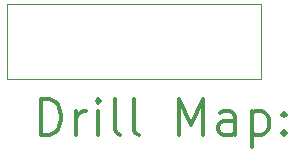
<source format=gbr>
%FSLAX45Y45*%
G04 Gerber Fmt 4.5, Leading zero omitted, Abs format (unit mm)*
G04 Created by KiCad (PCBNEW (5.1.6)-1) date 2022-10-20 16:59:28*
%MOMM*%
%LPD*%
G01*
G04 APERTURE LIST*
%TA.AperFunction,Profile*%
%ADD10C,0.050000*%
%TD*%
%ADD11C,0.200000*%
%ADD12C,0.300000*%
G04 APERTURE END LIST*
D10*
X14097000Y-9842500D02*
X16245840Y-9842500D01*
X14097000Y-10482580D02*
X14097000Y-9842500D01*
X16245840Y-10482580D02*
X14097000Y-10482580D01*
X16245840Y-9842500D02*
X16245840Y-10482580D01*
D11*
D12*
X14380928Y-10950794D02*
X14380928Y-10650794D01*
X14452357Y-10650794D01*
X14495214Y-10665080D01*
X14523786Y-10693652D01*
X14538071Y-10722223D01*
X14552357Y-10779366D01*
X14552357Y-10822223D01*
X14538071Y-10879366D01*
X14523786Y-10907937D01*
X14495214Y-10936509D01*
X14452357Y-10950794D01*
X14380928Y-10950794D01*
X14680928Y-10950794D02*
X14680928Y-10750794D01*
X14680928Y-10807937D02*
X14695214Y-10779366D01*
X14709500Y-10765080D01*
X14738071Y-10750794D01*
X14766643Y-10750794D01*
X14866643Y-10950794D02*
X14866643Y-10750794D01*
X14866643Y-10650794D02*
X14852357Y-10665080D01*
X14866643Y-10679366D01*
X14880928Y-10665080D01*
X14866643Y-10650794D01*
X14866643Y-10679366D01*
X15052357Y-10950794D02*
X15023786Y-10936509D01*
X15009500Y-10907937D01*
X15009500Y-10650794D01*
X15209500Y-10950794D02*
X15180928Y-10936509D01*
X15166643Y-10907937D01*
X15166643Y-10650794D01*
X15552357Y-10950794D02*
X15552357Y-10650794D01*
X15652357Y-10865080D01*
X15752357Y-10650794D01*
X15752357Y-10950794D01*
X16023786Y-10950794D02*
X16023786Y-10793652D01*
X16009500Y-10765080D01*
X15980928Y-10750794D01*
X15923786Y-10750794D01*
X15895214Y-10765080D01*
X16023786Y-10936509D02*
X15995214Y-10950794D01*
X15923786Y-10950794D01*
X15895214Y-10936509D01*
X15880928Y-10907937D01*
X15880928Y-10879366D01*
X15895214Y-10850794D01*
X15923786Y-10836509D01*
X15995214Y-10836509D01*
X16023786Y-10822223D01*
X16166643Y-10750794D02*
X16166643Y-11050794D01*
X16166643Y-10765080D02*
X16195214Y-10750794D01*
X16252357Y-10750794D01*
X16280928Y-10765080D01*
X16295214Y-10779366D01*
X16309500Y-10807937D01*
X16309500Y-10893652D01*
X16295214Y-10922223D01*
X16280928Y-10936509D01*
X16252357Y-10950794D01*
X16195214Y-10950794D01*
X16166643Y-10936509D01*
X16438071Y-10922223D02*
X16452357Y-10936509D01*
X16438071Y-10950794D01*
X16423786Y-10936509D01*
X16438071Y-10922223D01*
X16438071Y-10950794D01*
X16438071Y-10765080D02*
X16452357Y-10779366D01*
X16438071Y-10793652D01*
X16423786Y-10779366D01*
X16438071Y-10765080D01*
X16438071Y-10793652D01*
M02*

</source>
